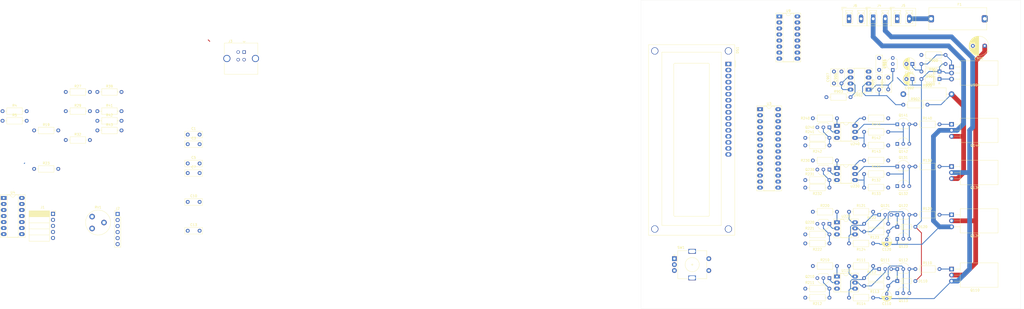
<source format=kicad_pcb>
(kicad_pcb (version 20241229) (generator "pcbnew") (generator_version "9.0")
  (layers (0 "F.Cu" signal) (2 "B.Cu" signal) (13 "F.Paste" user) (15 "B.Paste" user) (5 "F.SilkS" user "F.Silkscreen") (7 "B.SilkS" user "B.Silkscreen") (1 "F.Mask" user) (3 "B.Mask" user) (25 "Edge.Cuts" user))
  (net 0 "")
  (net 1 "+5V")
  (net 2 "GNDD")
  (net 3 "/H Bridge/Out_{1}")
  (net 4 "Net-(U4-VUSB)")
  (net 5 "+12V")
  (net 6 "GNDPWR")
  (net 7 "SWB")
  (net 8 "/H Bridge/Out_{2}")
  (net 9 "SWA")
  (net 10 "SWS")
  (net 11 "AN0")
  (net 12 "T1CLK")
  (net 13 "+24V")
  (net 14 "Net-(DS1-D5)")
  (net 15 "Net-(DS1-D6)")
  (net 17 "Net-(DS1-VO)")
  (net 19 "Net-(DS1-D4)")
  (net 20 "Net-(DS1-E)")
  (net 21 "Net-(DS1-D7)")
  (net 22 "Net-(DS1-RS)")
  (net 23 "V_{PP}")
  (net 24 "PGD")
  (net 25 "PGC")
  (net 26 "uRX")
  (net 29 "uTX")
  (net 30 "Net-(J3-Shield)")
  (net 32 "Net-(J3-D-)")
  (net 33 "Net-(J3-GND)")
  (net 34 "Net-(J3-D+)")
  (net 35 "Net-(J6-Pin_2)")
  (net 36 "Net-(Q120-G)")
  (net 37 "Net-(Q121-B)")
  (net 38 "Net-(Q121-C)")
  (net 39 "Net-(Q122-B)")
  (net 40 "Net-(Q122-E)")
  (net 41 "P1B")
  (net 42 "P1A")
  (net 43 "Net-(U3-RA2)")
  (net 44 "RA4")
  (net 45 "Net-(R23-Pad1)")
  (net 46 "Net-(R27-Pad1)")
  (net 47 "P1C")
  (net 48 "Net-(R39-Pad1)")
  (net 49 "P1D")
  (net 50 "SCL")
  (net 51 "SDO")
  (net 52 "DISP")
  (net 55 "~{SS}")
  (net 56 "SDA{slash}SDI")
  (net 66 "Net-(D110-K)")
  (net 67 "Net-(Q110-G)")
  (net 68 "Net-(Q111-C)")
  (net 69 "Net-(Q111-B)")
  (net 70 "Net-(Q112-B)")
  (net 71 "Net-(Q112-E)")
  (net 73 "Net-(Q210-B)")
  (net 74 "Net-(Q210-C)")
  (net 75 "Net-(R111-Pad1)")
  (net 76 "Net-(R210-Pad1)")
  (net 77 "/H Bridge/P1B")
  (net 78 "Net-(D120-K)")
  (net 79 "/H Bridge/GNDPWR_{out}")
  (net 80 "Net-(Q220-C)")
  (net 81 "Net-(Q220-B)")
  (net 82 "/H Bridge/P1A")
  (net 83 "/H Bridge/P1C")
  (net 84 "Net-(R121-Pad1)")
  (net 85 "Net-(R220-Pad1)")
  (net 86 "/H Bridge/P1D")
  (net 88 "Net-(Q130-G)")
  (net 89 "Net-(Q131-B)")
  (net 90 "Net-(Q131-E)")
  (net 91 "Net-(Q230-B)")
  (net 92 "Net-(Q230-C)")
  (net 93 "Net-(R131-Pad1)")
  (net 94 "Net-(R132-Pad1)")
  (net 95 "Net-(R230-Pad1)")
  (net 97 "Net-(Q140-G)")
  (net 98 "Net-(Q141-E)")
  (net 99 "Net-(Q141-B)")
  (net 100 "Net-(R141-Pad1)")
  (net 101 "Net-(R142-Pad1)")
  (net 102 "Net-(R240-Pad1)")
  (net 104 "Net-(Q240-B)")
  (net 105 "Net-(Q240-C)")
  (net 106 "Net-(D901-A)")
  (net 107 "Net-(U901-VO)")
  (net 108 "Net-(U902-V_{IN+})")
  (net 109 "/PSU/AN0")
  (net 110 "Net-(J5-Pin_2)")
  (net 111 "Net-(U902-V_{OUT})")
  (footprint "Resistor_THT:R_Axial_DIN0207_L6.3mm_D2.5mm_P10.16mm_Horizontal" (layer "F.Cu") (at -23.759775 75.75)
    (property "Reference" "R4")
    (property "Value" "10k")
  )
  (footprint "Resistor_THT:R_Axial_DIN0207_L6.3mm_D2.5mm_P10.16mm_Horizontal" (layer "F.Cu") (at 2.860225 75.75)
    (property "Reference" "R29")
    (property "Value" "10k")
  )
  (footprint "Package_TO_SOT_THT:TO-220-3_Horizontal_TabDown" (layer "F.Cu") (at 375.92 99.06 -90)
    (property "Reference" "Q130")
    (property "Value" "IRLZ44N")
  )
  (footprint "Resistor_THT:R_Axial_DIN0207_L6.3mm_D2.5mm_P10.16mm_Horizontal" (layer "F.Cu") (at 373.38 52.07 180)
    (property "Reference" "R900")
    (property "Value" "3k3")
  )
  (footprint "Package_TO_SOT_THT:TO-92_Inline_Wide" (layer "F.Cu") (at 345.44 119.38)
    (property "Reference" "Q121")
    (property "Value" "BC557")
  )
  (footprint "Capacitor_THT:C_Rect_L7.2mm_W2.5mm_P5.00mm_FKS2_FKP2_MKS2_MKP2" (layer "F.Cu") (at 54.230225 126.11)
    (property "Reference" "C13")
    (property "Value" "100nF")
  )
  (footprint "Resistor_THT:R_Axial_DIN0207_L6.3mm_D2.5mm_P10.16mm_Horizontal" (layer "F.Cu") (at 314.325 127.635)
    (property "Reference" "R221")
    (property "Value" "10k")
  )
  (footprint "Package_TO_SOT_THT:TO-92_Inline_Wide" (layer "F.Cu") (at 324.485 146.05 180)
    (property "Reference" "Q210")
    (property "Value" "BC547")
  )
  (footprint "Display:WC1602A" (layer "F.Cu") (at 281.94 55.88 -90)
    (property "Reference" "DS1")
    (property "Value" "WC1602A")
  )
  (footprint "Resistor_THT:R_Axial_DIN0207_L6.3mm_D2.5mm_P10.16mm_Horizontal" (layer "F.Cu") (at 360.68 99.06)
    (property "Reference" "R130")
    (property "Value" "10R")
  )
  (footprint "Capacitor_THT:C_Rect_L7.2mm_W2.5mm_P5.00mm_FKS2_FKP2_MKS2_MKP2" (layer "F.Cu") (at 329.565 64.055 90)
    (property "Reference" "C906")
    (property "Value" "100nF")
  )
  (footprint "Package_DIP:DIP-14_W7.62mm_Socket_LongPads" (layer "F.Cu") (at -23.259775 112.3)
    (property "Reference" "U4")
    (property "Value" "MCP2221AxP")
  )
  (footprint "Package_DIP:DIP-6_W7.62mm_Socket_LongPads" (layer "F.Cu") (at 327.66 145.415)
    (property "Reference" "U110")
    (property "Value" "4N35" (hide yes))
  )
  (footprint "Resistor_THT:R_Axial_DIN0207_L6.3mm_D2.5mm_P10.16mm_Horizontal" (layer "F.Cu") (at 373.38 55.88 180)
    (property "Reference" "R901")
    (property "Value" "390")
  )
  (footprint "Resistor_THT:R_Axial_DIN0207_L6.3mm_D2.5mm_P10.16mm_Horizontal" (layer "F.Cu") (at 355.6 73.025)
    (property "Reference" "R902")
    (property "Value" "68R")
  )
  (footprint "Connector_USB:USB_B_TE_5787834_Vertical" (layer "F.Cu") (at 77.980225 50.855)
    (property "Reference" "J3")
    (property "Value" "USB_B")
  )
  (footprint "Resistor_THT:R_Axial_DIN0207_L6.3mm_D2.5mm_P10.16mm_Horizontal" (layer "F.Cu") (at 314.325 154.305)
    (property "Reference" "R212")
    (property "Value" "1k")
  )
  (footprint "Resistor_THT:R_Axial_DIN0207_L6.3mm_D2.5mm_P10.16mm_Horizontal" (layer "F.Cu") (at 339.09 78.74)
    (property "Reference" "R141")
    (property "Value" "270k")
  )
  (footprint "Resistor_THT:R_Axial_DIN0207_L6.3mm_D2.5mm_P10.16mm_Horizontal" (layer "F.Cu") (at 349.25 90.17 180)
    (property "Reference" "R143")
    (property "Value" "1k")
  )
  (footprint "Resistor_THT:R_Axial_DIN0207_L6.3mm_D2.5mm_P10.16mm_Horizontal" (layer "F.Cu") (at 16.170225 75.75)
    (property "Reference" "R41")
    (property "Value" "1k")
  )
  (footprint "Resistor_THT:R_Axial_DIN0207_L6.3mm_D2.5mm_P10.16mm_Horizontal" (layer "F.Cu") (at 327.66 140.97 180)
    (property "Reference" "R210")
    (property "Value" "180")
  )
  (footprint "Resistor_THT:R_Axial_DIN0207_L6.3mm_D2.5mm_P10.16mm_Horizontal" (layer "F.Cu") (at 16.170225 67.65)
    (property "Reference" "R39")
    (property "Value" "10k")
  )
  (footprint "Package_DIP:DIP-6_W7.62mm_Socket_LongPads" (layer "F.Cu") (at 327.66 122.555)
    (property "Reference" "U220")
    (property "Value" "4N35")
  )
  (footprint "Diode_THT:D_DO-35_SOD27_P7.62mm_Horizontal" (layer "F.Cu") (at 353.06 124.46)
    (property "Reference" "D120")
    (property "Value" "1N4148")
  )
  (footprint "Resistor_THT:R_Axial_DIN0207_L6.3mm_D2.5mm_P10.16mm_Horizontal" (layer "F.Cu") (at 349.25 123.19 180)
    (property "Reference" "R122")
    (property "Value" "150")
  )
  (footprint "Resistor_THT:R_Axial_DIN0207_L6.3mm_D2.5mm_P10.16mm_Horizontal" (layer "F.Cu") (at 349.25 126.492 180)
    (property "Reference" "R123")
    (property "Value" "1k")
  )
  (footprint "Capacitor_THT:C_Rect_L7.2mm_W2.5mm_P5.00mm_FKS2_FKP2_MKS2_MKP2" (layer "F.Cu") (at 54.230225 97.76)
    (property "Reference" "C5")
    (property "Value" "100nF")
  )
  (footprint "Capacitor_THT:CP_Radial_D4.0mm_P2.00mm" (layer "F.Cu") (at 348.615 129.837401 -90)
    (property "Reference" "C120")
    (property "Value" "1uF")
  )
  (footprint "Resistor_THT:R_Axial_DIN0207_L6.3mm_D2.5mm_P10.16mm_Horizontal" (layer "F.Cu") (at 332.74 131.445)
    (property "Reference" "R124")
    (property "Value" "1k")
  )
  (footprint "Resistor_THT:R_Axial_DIN0207_L6.3mm_D2.5mm_P10.16mm_Horizontal" (layer "F.Cu") (at 332.74 154.305)
    (property "Reference" "R114")
    (property "Value" "1k")
  )
  (footprint "Resistor_THT:R_Axial_DIN0207_L6.3mm_D2.5mm_P10.16mm_Horizontal" (layer "F.Cu") (at 327.66 118.11 180)
    (property "Reference" "R220")
    (property "Value" "180")
  )
  (footprint "Resistor_THT:R_Axial_DIN0207_L6.3mm_D2.5mm_P10.16mm_Horizontal" (layer "F.Cu") (at 349.25 149.352 180)
    (property "Reference" "R113")
    (property "Value" "1k")
  )
  (footprint "Resistor_THT:R_Axial_DIN0207_L6.3mm_D2.5mm_P10.16mm_Horizontal" (layer "F.Cu") (at 360.68 142.24)
    (property "Reference" "R110")
    (property "Value" "10R")
  )
  (footprint "Resistor_THT:R_Axial_DIN0207_L6.3mm_D2.5mm_P10.16mm_Horizontal" (layer "F.Cu") (at 327.66 78.74 180)
    (property "Reference" "R240")
    (property "Value" "180")
  )
  (footprint "Capacitor_THT:CP_Radial_D8.0mm_P5.00mm" (layer "F.Cu") (at 389.89 48.26 180)
    (property "Reference" "C900")
    (property "Value" "330uF")
  )
  (footprint "Package_TO_SOT_THT:TO-220-3_Horizontal_TabDown" (layer "F.Cu") (at 375.92 119.38 -90)
    (property "Reference" "Q120")
    (property "Value" "IRLZ44N")
  )
  (footprint "Resistor_THT:R_Axial_DIN0207_L6.3mm_D2.5mm_P10.16mm_Horizontal" (layer "F.Cu") (at 314.325 86.995)
    (property "Reference" "R241")
    (property "Value" "10k")
  )
  (footprint "Connector_Phoenix_MC_HighVoltage:PhoenixContact_MCV_1,5_2-G-5.08_1x02_P5.08mm_Vertical" (layer "F.Cu") (at 353.06 36.83)
    (property "Reference" "J5")
    (property "Value" "Conn_01x02_Socket")
  )
  (footprint "Resistor_THT:R_Axial_DIN0207_L6.3mm_D2.5mm_P10.16mm_Horizontal" (layer "F.Cu") (at -10.449775 83.85)
    (property "Reference" "R19")
    (property "Value" "10k")
  )
  (footprint "Resistor_THT:R_Axial_DIN0207_L6.3mm_D2.5mm_P10.16mm_Horizontal" (layer "F.Cu") (at 339.09 102.235)
    (property "Reference" "R132")
    (property "Value" "150")
  )
  (footprint "Diode_THT:D_DO-35_SOD27_P7.62mm_Horizontal" (layer "F.Cu") (at 370.84 59.055 180)
    (property "Reference" "D901")
    (property "Value" "1N4148")
  )
  (footprint "Connector_PinHeader_2.54mm:PinHeader_1x06_P2.54mm_Vertical" (layer "F.Cu") (at 24.710225 119.05)
    (property "Reference" "J2")
    (property "Value" "Conn_01x06_Pin")
  )
  (footprint "Resistor_THT:R_Axial_DIN0207_L6.3mm_D2.5mm_P10.16mm_Horizontal" (layer "F.Cu") (at 349.25 107.95 180)
    (property "Reference" "R133")
    (property "Value" "1k")
  )
  (footprint "Resistor_THT:R_Axial_DIN0207_L6.3mm_D2.5mm_P10.16mm_Horizontal" (layer "F.Cu") (at 327.66 96.52 180)
    (property "Reference" "R230")
    (property "Value" "180")
  )
  (footprint "Capacitor_THT:CP_Radial_D5.0mm_P2.50mm" (layer "F.Cu") (at 359.41 55.88 180)
    (property "Reference" "C901")
    (property "Value" "1uF")
  )
  (footprint "Package_TO_SOT_THT:TO-92_Inline_Wide" (layer "F.Cu") (at 324.485 123.19 180)
    (property "Reference" "Q220")
    (property "Value" "BC547")
  )
  (footprint "Capacitor_THT:C_Rect_L7.2mm_W2.5mm_P5.00mm_FKS2_FKP2_MKS2_MKP2" (layer "F.Cu") (at 54.230225 85.61)
    (property "Reference" "C1")
    (property "Value" "100nF")
  )
  (footprint "Resistor_THT:R_Axial_DIN0207_L6.3mm_D2.5mm_P10.16mm_Horizontal" (layer "F.Cu") (at 332.74 118.11)
    (property "Reference" "R121")
    (property "Value" "47k")
  )
  (footprint "Capacitor_THT:C_Rect_L7.2mm_W2.5mm_P5.00mm_FKS2_FKP2_MKS2_MKP2" (layer "F.Cu") (at 326.39 64.055 90)
    (property "Reference" "C907")
    (property "Value" "100nF")
  )
  (footprint "Capacitor_THT:C_Rect_L7.2mm_W2.5mm_P5.00mm_FKS2_FKP2_MKS2_MKP2" (layer "F.Cu") (at 54.230225 113.96)
    (property "Reference" "C10")
    (property "Value" "100nF")
  )
  (footprint "Capacitor_THT:C_Rect_L7.2mm_W2.5mm_P5.00mm_FKS2_FKP2_MKS2_MKP2" (layer "F.Cu") (at 345.44 53.34 -90)
    (property "Reference" "C903")
    (property "Value" "100nF")
  )
  (footprint "Capacitor_THT:C_Rect_L7.2mm_W2.5mm_P5.00mm_FKS2_FKP2_MKS2_MKP2" (layer "F.Cu") (at 54.230225 89.66)
    (property "Reference" "C3")
    (property "Value" "470nF")
  )
  (footprint "Capacitor_THT:C_Rect_L7.2mm_W2.5mm_P5.00mm_FKS2_FKP2_MKS2_MKP2" (layer "F.Cu") (at 345.44 66.675 90)
    (property "Reference" "C905")
    (property "Value" "10nF")
  )
  (footprint "Capacitor_THT:CP_Radial_D4.0mm_P2.00mm" (layer "F.Cu") (at 348.615 152.697401 -90)
    (property "Reference" "C110")
    (property "Value" "1uF")
  )
  (footprint "Resistor_THT:R_Axial_DIN0207_L6.3mm_D2.5mm_P10.16mm_Horizontal" (layer "F.Cu") (at 349.25 146.05 180)
    (property "Reference" "R112")
    (property "Value" "150")
  )
  (footprint "Package_TO_SOT_THT:TO-220-3_Horizontal_TabDown" (layer "F.Cu") (at 375.92 142.24 -90)
    (property "Reference" "Q110")
    (property "Value" "IRLZ44N")
  )
  (footprint "Resistor_THT:R_Axial_DIN0207_L6.3mm_D2.5mm_P10.16mm_Horizontal" (layer "F.Cu") (at 314.325 107.95)
    (property "Reference" "R232")
    (property "Value" "1k")
  )
  (footprint "Package_DIP:DIP-28_W7.62mm_Socket_LongPads" (layer "F.Cu") (at 295.275 74.93)
    (property "Reference" "U3")
    (property "Value" "PIC18F26K22-xSP")
  )
  (footprint "Connector_Phoenix_MC_HighVoltage:PhoenixContact_MCV_1,5_2-G-5.08_1x02_P5.08mm_Vertical" (layer "F.Cu") (at 342.9 36.83)
    (property "Reference" "J4")
    (property "Value" "Conn_01x02_Socket")
  )
  (footprint "Package_TO_SOT_THT:TO-92_Inline_Wide" (layer "F.Cu") (at 353.06 89.535)
    (property "Reference" "Q142")
    (property "Value" "BC557")
  )
  (footprint "Package_TO_SOT_THT:TO-220-3_Horizontal_TabDown" (layer "F.Cu") (at 375.92 81.28 -90)
    (property "Reference" "Q140")
    (property "Value" "IRLZ44N")
  )
  (footprint "Capacitor_THT:C_Rect_L7.2mm_W2.5mm_P5.00mm_FKS2_FKP2_MKS2_MKP2" (layer "F.Cu") (at 54.230225 101.81)
    (property "Reference" "C7")
    (property "Value" "100nF")
  )
  (footprint "Resistor_THT:R_Axial_DIN0207_L6.3mm_D2.5mm_P10.16mm_Horizontal" (layer "F.Cu") (at 2.860225 67.65)
    (property "Reference" "R27")
    (property "Value" "1k")
  )
  (footprint "Resistor_THT:R_Axial_DIN0207_L6.3mm_D2.5mm_P10.16mm_Horizontal" (layer "F.Cu") (at 360.68 81.28)
    (property "Reference" "R140")
    (property "Value" "10R")
  )
  (footprint "Resistor_THT:R_Axial_DIN0516_L15.5mm_D5.0mm_P20.32mm_Horizontal" (layer "F.Cu") (at 355.6 68.58)
    (property "Reference" "R000")
    (property "Value" "0R20")
  )
  (footprint "Resistor_THT:R_Axial_DIN0207_L6.3mm_D2.5mm_P10.16mm_Horizontal" (layer "F.Cu") (at 339.09 84.455)
    (property "Reference" "R142")
    (property "Value" "150")
  )
  (footprint "Capacitor_THT:C_Rect_L7.2mm_W2.5mm_P5.00mm_FKS2_FKP2_MKS2_MKP2" (layer "F.Cu") (at 349.25 66.595 90)
    (property "Reference" "C904")
    (property "Value" "100nF")
  )
  (footprint "Package_TO_SOT_THT:TO-92_Inline_Wide" (layer "F.Cu") (at 353.06 99.06)
    (property "Reference" "Q131")
    (property "Value" "BC547")
  )
  (footprint "Resistor_THT:R_Axial_DIN0207_L6.3mm_D2.5mm_P10.16mm_Horizontal" (layer "F.Cu") (at 323.215 69.85)
    (property "Reference" "R903")
    (property "Value" "3k3")
  )
  (footprint "Resistor_THT:R_Axial_DIN0207_L6.3mm_D2.5mm_P10.16mm_Horizontal" (layer "F.Cu") (at 332.74 140.97)
    (property "Reference" "R111")
    (property "Value" "47k")
  )
  (footprint "Resistor_THT:R_Axial_DIN0207_L6.3mm_D2.5mm_P10.16mm_Horizontal" (layer "F.Cu") (at 16.170225 79.8)
    (property "Reference" "R42")
    (property "Value" "1k")
  )
  (footprint "Resistor_THT:R_Axial_DIN0207_L6.3mm_D2.5mm_P10.16mm_Horizontal" (layer "F.Cu") (at 314.325 90.17)
    (property "Reference" "R242")
    (property "Value" "1k")
  )
  (footprint "Diode_THT:D_DO-35_SOD27_P7.62mm_Horizontal" (layer "F.Cu") (at 353.06 147.32)
    (property "Reference" "D110")
    (property "Value" "1N4148")
  )
  (footprint "Package_TO_SOT_THT:TO-92_Inline_Wide" (layer "F.Cu") (at 353.06 129.54)
    (property "Reference" "Q123")
    (property "Value" "BC557")
  )
  (footprint "Package_DIP:DIP-16_W7.62mm_Socket_LongPads" (layer "F.Cu") (at 303.38 35.84)
    (property "Reference" "U9")
    (property "Value" "74AHC595")
  )
  (footprint "Package_TO_SOT_THT:TO-220-3_Horizontal_TabDown" (layer "F.Cu") (at 375.92 57.15 -90)
    (property "Reference" "U900")
    (property "Value" "LM317")
  )
  (footprint "Potentiometer_THT:Potentiometer_Piher_PT-10-V05_Vertical" (layer "F.Cu") (at 13.960225 125.15)
    (property "Reference" "RV1")
    (property "Value" "50k")
  )
  (footprint "Resistor_THT:R_Axial_DIN0207_L6.3mm_D2.5mm_P10.16mm_Horizontal" (layer "F.Cu") (at -10.449775 100.05)
    (property "Reference" "R23")
    (property "Value" "1k")
  )
  (footprint "Resistor_THT:R_Axial_DIN0207_L6.3mm_D2.5mm_P10.16mm_Horizontal" (layer "F.Cu") (at 314.325 150.495)
    (property "Reference" "R211")
    (property "Value" "10k")
  )
  (footprint "Package_TO_SOT_THT:TO-92_Inline_Wide" (layer "F.Cu") (at 353.06 142.24)
    (property "Reference" "Q112")
    (property "Value" "BC547")
  )
  (footprint "Package_TO_SOT_THT:TO-92_Inline_Wide" (layer "F.Cu") (at 353.06 81.28)
    (property "Reference" "Q141")
    (property "Value" "BC547")
  )
  (footprint "Resistor_THT:R_Axial_DIN0207_L6.3mm_D2.5mm_P10.16mm_Horizontal" (layer "F.Cu") (at 314.325 104.775)
    (property "Reference" "R231")
    (property "Value" "10k")
  )
  (footprint "Package_TO_SOT_THT:TO-92_Inline_Wide" (layer "F.Cu") (at 345.44 142.24)
    (property "Reference" "Q111")
    (property "Value" "BC557")
  )
  (footprint "Package_TO_SOT_THT:TO-92_Inline_Wide" (layer "F.Cu") (at 353.06 119.38)
    (property "Reference" "Q122")
    (property "Value" "BC547")
  )
  (footprint "Package_DIP:DIP-6_W7.62mm_Socket_LongPads" (layer "F.Cu") (at 327.66 81.915)
    (property "Reference" "U240")
    (property "Value" "4N35")
  )
  (footprint "Capacitor_THT:CP_Radial_D5.0mm_P2.50mm" (layer "F.Cu") (at 359.41 62.23 180)
    (property "Reference" "C902")
    (property "Value" "1uF")
  )
  (footprint "Connector_PinSocket_2.54mm:PinSocket_1x05_P2.54mm_Horizontal" (layer "F.Cu") (at -2.509775 119)
    (property "Reference" "J1")
    (property "Value" "Conn_01x05_Pin")
  )
  (footprint "Connector_Phoenix_MC_HighVoltage:PhoenixContact_MCV_1,5_2-G-5.08_1x02_P5.08mm_Vertical" (layer "F.Cu") (at 332.74 36.83)
    (property "Reference" "J6")
    (property "Value" "Conn_01x02_Socket")
  )
  (footprint "Package_TO_SOT_THT:TO-92_Inline_Wide" (layer "F.Cu") (at 351.155 58.42 90)
    (property "Reference" "U901")
    (property "Value" "L78L05_TO92")
  )
  (footprint "Rotary_Encoder:RotaryEncoder_Alps_EC11E-Switch_Vertical_H20mm" (layer "F.Cu") (at 259.185 137.875)
    (property "Reference" "SW1")
    (property "Value" "RotaryEncoder_Switch_MP")
  )
  (footprint "Package_TO_SOT_THT:TO-92_Inline_Wide" (layer "F.Cu") (at 324.485 82.55 180)
    (property "Reference" "Q240")
    (property "Value" "BC547")
  )
  (footprint "Resistor_THT:R_Axial_DIN0207_L6.3mm_D2.5mm_P10.16mm_Horizontal" (layer "F.Cu") (at 339.09 96.52)
    (property "Reference" "R131")
    (property "Value" "270k")
  )
  (footprint "Resistor_THT:R_Axial_DIN0207_L6.3mm_D2.5mm_P10.16mm_Horizontal" (layer "F.Cu") (at 314.325 131.445)
    (property "Reference" "R222")
    (property "Value" "1k")
  )
  (footprint "Package_DIP:DIP-8_W7.62mm_Socket_LongPads" (layer "F.Cu") (at 340.995 66.675 180)
    (property "Reference" "U902")
    (property "Value" "HCPL7510")
  )
  (footprint "Resistor_THT:R_Axial_DIN0207_L6.3mm_D2.5mm_P10.16mm_Horizontal" (layer "F.Cu") (at 360.68 119.38)
    (property "Reference" "R120")
    (property "Value" "10R")
  )
  (footprint "Package_DIP:DIP-6_W7.62mm_Socket_LongPads" (layer "F.Cu") (at 327.66 99.695)
    (property "Reference" "U230")
    (property "Value" "4N35")
  )
  (footprint "Package_TO_SOT_THT:TO-92_Inline_Wide" (layer "F.Cu") (at 324.485 100.33 180)
    (property "Reference" "Q230")
    (property "Value" "BC547")
  )
  (footprint "Package_TO_SOT_THT:TO-92_Inline_Wide" (layer "F.Cu") (at 353.06 107.315)
    (property "Reference" "Q132")
    (property "Value" "BC557")
  )
  (footprint "User:Fuseholder_Stelvio-kontek_PTF_78_5x20mm" (layer "F.Cu") (at 367.29 36.83)
    (property "Reference" "F1")
    (property "Value" "Fuse")
  )
  (footprint "Resistor_THT:R_Axial_DIN0207_L6.3mm_D2.5mm_P10.16mm_Horizontal" (layer "F.Cu") (at -23.759775 79.8)
    (property "Reference" "R5")
    (property "Value" "10k")
  )
  (footprint "Diode_THT:D_DO-35_SOD27_P7.62mm_Horizontal" (layer "F.Cu") (at 370.84 62.23 180)
    (property "Reference" "D900")
    (property "Value" "1N4148")
  )
  (footprint "Resistor_THT:R_Axial_DIN0207_L6.3mm_D2.5mm_P10.16mm_Horizontal" (layer "F.Cu") (at 2.860225 87.9)
    (property "Reference" "R32")
    (property "Value" "10k")
  )
  (footprint "Resistor_THT:R_Axial_DIN0207_L6.3mm_D2.5mm_P10.16mm_Horizontal" (layer "F.Cu") (at 16.170225 83.85)
    (property "Reference" "R43")
    (property "Value" "10k")
  )
  (footprint "Package_TO_SOT_THT:TO-92_Inline_Wide" (layer "F.Cu") (at 353.06 152.4)
    (property "Reference" "Q113")
    (property "Value" "BC557")
  )
  (gr_rect (start 245.13 28.98) (end 405.13 158.98) (stroke (width 0.05)) (fill no) (layer "Edge.Cuts"))
  (segment (start 63.5 46.355) (end 62.865 45.72) (width 0.35) (layer "F.Cu") (net 0))
  (segment (start -14.615 97.78) (end -14.44 97.605) (width 0.381) (layer "B.Cu") (net 0))
  (segment (start 330.2 66.675) (end 333.375 66.675) (width 0.35) (layer "B.Cu") (net 1))
  (segment (start 329.565 64.055) (end 332.025 61.595) (width 0.35) (layer "B.Cu") (net 1))
  (segment (start 329.565 66.04) (end 330.2 66.675) (width 0.35) (layer "B.Cu") (net 1))
  (segment (start 332.025 61.595) (end 333.375 61.595) (width 0.35) (layer "B.Cu") (net 1))
  (segment (start 329.565 64.055) (end 329.565 66.04) (width 0.35) (layer "B.Cu") (net 1))
  (segment (start 350.52 44.45) (end 347.98 41.91) (width 2) (layer "B.Cu") (net 3))
  (segment (start 378.46 147.32) (end 375.92 147.32) (width 2) (layer "B.Cu") (net 3))
  (segment (start 368.542599 154.697401) (end 375.92 147.32) (width 0.35) (layer "B.Cu") (net 3))
  (segment (start 383.54 140.97) (end 383.54 142.24) (width 2) (layer "B.Cu") (net 3))
  (segment (start 383.54 101.6) (end 383.54 140.97) (width 2) (layer "B.Cu") (net 3))
  (segment (start 383.54 142.24) (end 378.46 147.32) (width 2) (layer "B.Cu") (net 3))
  (segment (start 383.54 83.82) (end 384.81 82.55) (width 2) (layer "B.Cu") (net 3))
  (segment (start 345.832401 154.697401) (end 345.44 154.305) (width 0.35) (layer "B.Cu") (net 3))
  (segment (start 347.98 41.91) (end 347.98 36.83) (width 2) (layer "B.Cu") (net 3))
  (segment (start 375.92 44.45) (end 350.52 44.45) (width 2) (layer "B.Cu") (net 3))
  (segment (start 384.81 53.34) (end 375.92 44.45) (width 2) (layer "B.Cu") (net 3))
  (segment (start 375.92 101.6) (end 383.54 101.6) (width 2) (layer "B.Cu") (net 3))
  (segment (start 384.81 82.55) (end 384.81 53.34) (width 2) (layer "B.Cu") (net 3))
  (segment (start 348.615 154.697401) (end 345.832401 154.697401) (width 0.35) (layer "B.Cu") (net 3))
  (segment (start 342.9 154.305) (end 345.44 154.305) (width 0.35) (layer "B.Cu") (net 3))
  (segment (start 383.54 101.6) (end 383.54 83.82) (width 2) (layer "B.Cu") (net 3))
  (segment (start 348.615 154.697401) (end 368.542599 154.697401) (width 0.35) (layer "B.Cu") (net 3))
  (segment (start 360.68 124.46) (end 363.22 127) (width 0.35) (layer "F.Cu") (net 5))
  (segment (start 363.22 127) (end 363.22 144.78) (width 0.35) (layer "F.Cu") (net 5))
  (segment (start 363.22 144.78) (end 360.68 147.32) (width 0.35) (layer "F.Cu") (net 5))
  (segment (start 363.22 64.77) (end 363.22 62.23) (width 0.35) (layer "B.Cu") (net 5))
  (segment (start 335.915 84.455) (end 335.28 84.455) (width 0.35) (layer "B.Cu") (net 5))
  (segment (start 373.38 59.69) (end 372.745 59.055) (width 0.35) (layer "B.Cu") (net 5))
  (segment (start 375.92 59.69) (end 373.38 59.69) (width 0.35) (layer "B.Cu") (net 5))
  (segment (start 372.745 59.055) (end 370.84 59.055) (width 0.35) (layer "B.Cu") (net 5))
  (segment (start 370.84 57.15) (end 372.11 55.88) (width 0.35) (layer "B.Cu") (net 5))
  (segment (start 359.41 64.77) (end 356.235 64.77) (width 0.35) (layer "B.Cu") (net 5))
  (segment (start 339.09 81.28) (end 353.06 81.28) (width 0.35) (layer "B.Cu") (net 5))
  (segment (start 339.09 81.28) (end 335.915 84.455) (width 0.35) (layer "B.Cu") (net 5))
  (segment (start 363.22 64.77) (end 359.41 64.77) (width 0.35) (layer "B.Cu") (net 5))
  (segment (start 370.84 59.055) (end 370.84 57.15) (width 0.35) (layer "B.Cu") (net 5))
  (segment (start 363.22 121.92) (end 360.68 124.46) (width 0.35) (layer "B.Cu") (net 5))
  (segment (start 359.41 62.23) (end 359.41 64.77) (width 0.35) (layer "B.Cu") (net 5))
  (segment (start 363.22 64.77) (end 363.22 121.92) (width 0.35) (layer "B.Cu") (net 5))
  (segment (start 353.06 99.06) (end 339.09 99.06) (width 0.35) (layer "B.Cu") (net 5))
  (segment (start 372.11 55.88) (end 373.38 55.88) (width 0.35) (layer "B.Cu") (net 5))
  (segment (start 370.84 59.055) (end 366.395 59.055) (width 0.35) (layer "B.Cu") (net 5))
  (segment (start 335.915 102.235) (end 335.28 102.235) (width 0.35) (layer "B.Cu") (net 5))
  (segment (start 339.09 99.06) (end 335.915 102.235) (width 0.35) (layer "B.Cu") (net 5))
  (segment (start 356.235 64.77) (end 353.06 61.595) (width 0.35) (layer "B.Cu") (net 5))
  (segment (start 363.22 62.23) (end 366.395 59.055) (width 0.35) (layer "B.Cu") (net 5))
  (segment (start 346.075 61.675) (end 346.075 61.595) (width 0.35) (layer "F.Cu") (net 6))
  (segment (start 346.71 48.26) (end 342.9 44.45) (width 2) (layer "B.Cu") (net 8))
  (segment (start 381 54.61) (end 374.65 48.26) (width 2) (layer "B.Cu") (net 8))
  (segment (start 348.615 131.837401) (end 345.832401 131.837401) (width 0.35) (layer "B.Cu") (net 8))
  (segment (start 368.3 86.36) (end 370.84 83.82) (width 2) (layer "B.Cu") (net 8))
  (segment (start 350.762599 131.837401) (end 353.06 131.837401) (width 0.35) (layer "B.Cu") (net 8))
  (segment (start 342.9 131.445) (end 345.44 131.445) (width 0.35) (layer "B.Cu") (net 8))
  (segment (start 368.3 121.92) (end 368.3 86.36) (width 2) (layer "B.Cu") (net 8))
  (segment (start 363.462599 131.837401) (end 350.762599 131.837401) (width 0.35) (layer "B.Cu") (net 8))
  (segment (start 353.06 131.837401) (end 353.06 129.54) (width 0.35) (layer "B.Cu") (net 8))
  (segment (start 375.92 124.46) (end 370.84 124.46) (width 2) (layer "B.Cu") (net 8))
  (segment (start 370.84 124.46) (end 368.3 121.92) (width 2) (layer "B.Cu") (net 8))
  (segment (start 342.9 44.45) (end 342.9 36.83) (width 2) (layer "B.Cu") (net 8))
  (segment (start 348.615 131.837401) (end 350.762599 131.837401) (width 0.35) (layer "B.Cu") (net 8))
  (segment (start 374.65 48.26) (end 346.71 48.26) (width 2) (layer "B.Cu") (net 8))
  (segment (start 370.84 83.82) (end 375.92 83.82) (width 2) (layer "B.Cu") (net 8))
  (segment (start 370.84 124.46) (end 363.462599 131.837401) (width 0.35) (layer "B.Cu") (net 8))
  (segment (start 375.92 83.82) (end 378.2469 83.82) (width 2) (layer "B.Cu") (net 8))
  (segment (start 381 81.0669) (end 381 54.61) (width 2) (layer "B.Cu") (net 8))
  (segment (start 345.832401 131.837401) (end 345.44 131.445) (width 0.35) (layer "B.Cu") (net 8))
  (segment (start 378.2469 83.82) (end 381 81.0669) (width 2) (layer "B.Cu") (net 8))
  (segment (start 386.08 139.7) (end 381 144.78) (width 2) (layer "F.Cu") (net 13))
  (segment (start 389.89 48.26) (end 389.89 50.8) (width 2) (layer "F.Cu") (net 13))
  (segment (start 386.08 121.92) (end 375.92 121.92) (width 2) (layer "F.Cu") (net 13))
  (segment (start 386.08 121.92) (end 386.08 139.7) (width 2) (layer "F.Cu") (net 13))
  (segment (start 389.89 50.8) (end 386.08 54.61) (width 2) (layer "F.Cu") (net 13))
  (segment (start 381 144.78) (end 375.92 144.78) (width 2) (layer "F.Cu") (net 13))
  (segment (start 386.08 54.61) (end 386.08 121.92) (width 2) (layer "F.Cu") (net 13))
  (segment (start 375.92 62.23) (end 370.84 62.23) (width 0.35) (layer "B.Cu") (net 13))
  (segment (start 370.84 119.38) (end 375.58 119.38) (width 0.35) (layer "B.Cu") (net 36))
  (segment (start 337.947 126.492) (end 336.55 125.095) (width 0.35) (layer "B.Cu") (net 37))
  (segment (start 336.55 125.095) (end 335.28 125.095) (width 0.35) (layer "B.Cu") (net 37))
  (segment (start 342.138 126.492) (end 339.09 126.492) (width 0.35) (layer "B.Cu") (net 37))
  (segment (start 347.98 119.38) (end 347.98 120.65) (width 0.35) (layer "B.Cu") (net 37))
  (segment (start 339.09 126.492) (end 337.947 126.492) (width 0.35) (layer "B.Cu") (net 37))
  (segment (start 347.98 120.65) (end 342.138 126.492) (width 0.35) (layer "B.Cu") (net 37))
  (segment (start 333.375 127.635) (end 333.375 124.46) (width 0.35) (layer "B.Cu") (net 38))
  (segment (start 342.9 119.38) (end 342.9 118.11) (width 0.35) (layer "B.Cu") (net 38))
  (segment (start 332.74 128.27) (end 333.375 127.635) (width 0.35) (layer "B.Cu") (net 38))
  (segment (start 332.74 131.445) (end 332.74 128.27) (width 0.35) (layer "B.Cu") (net 38))
  (segment (start 338.455 123.825) (end 339.09 123.19) (width 0.35) (layer "B.Cu") (net 38))
  (segment (start 339.09 123.19) (end 342.9 119.38) (width 0.35) (layer "B.Cu") (net 38))
  (segment (start 333.375 127.635) (end 335.28 127.635) (width 0.35) (layer "B.Cu") (net 38))
  (segment (start 342.9 119.38) (end 345.44 119.38) (width 0.35) (layer "B.Cu") (net 38))
  (segment (start 334.01 123.825) (end 338.455 123.825) (width 0.35) (layer "B.Cu") (net 38))
  (segment (start 333.375 124.46) (end 334.01 123.825) (width 0.35) (layer "B.Cu") (net 38))
  (segment (start 355.6 118.45) (end 355.26 118.11) (width 0.35) (layer "B.Cu") (net 39))
  (segment (start 349.885 118.11) (end 349.25 118.745) (width 0.35) (layer "B.Cu") (net 39))
  (segment (start 355.26 118.11) (end 349.885 118.11) (width 0.35) (layer "B.Cu") (net 39))
  (segment (start 349.25 118.745) (end 349.25 123.19) (width 0.35) (layer "B.Cu") (net 39))
  (segment (start 355.6 129.54) (end 355.6 119.38) (width 0.35) (layer "B.Cu") (net 39))
  (segment (start 355.6 119.38) (end 355.6 118.45) (width 0.35) (layer "B.Cu") (net 39))
  (segment (start 358.14 119.38) (end 358.14 129.54) (width 0.35) (layer "B.Cu") (net 40))
  (segment (start 360.68 119.38) (end 358.14 119.38) (width 0.35) (layer "B.Cu") (net 40))
  (segment (start 348.615 151.765) (end 349.25 151.13) (width 0.35) (layer "B.Cu") (net 66))
  (segment (start 353.06 142.24) (end 350.52 142.24) (width 0.35) (layer "B.Cu") (net 66))
  (segment (start 349.25 151.13) (end 349.25 149.352) (width 0.35) (layer "B.Cu") (net 66))
  (segment (start 351.282 147.32) (end 353.06 147.32) (width 0.35) (layer "B.Cu") (net 66))
  (segment (start 349.25 149.352) (end 351.282 147.32) (width 0.35) (layer "B.Cu") (net 66))
  (segment (start 353.06 147.32) (end 353.06 142.24) (width 0.35) (layer "B.Cu") (net 66))
  (segment (start 348.615 152.697401) (end 348.615 151.765) (width 0.35) (layer "B.Cu") (net 66))
  (segment (start 375.58 142.24) (end 370.84 142.24) (width 0.35) (layer "B.Cu") (net 67))
  (segment (start 334.01 146.685) (end 338.455 146.685) (width 0.35) (layer "B.Cu") (net 68))
  (segment (start 338.455 146.685) (end 339.09 146.05) (width 0.35) (layer "B.Cu") (net 68))
  (segment (start 335.28 150.495) (end 333.375 150.495) (width 0.35) (layer "B.Cu") (net 68))
  (segment (start 333.375 147.32) (end 334.01 146.685) (width 0.35) (layer "B.Cu") (net 68))
  (segment (start 333.375 150.495) (end 333.375 147.32) (width 0.35) (layer "B.Cu") (net 68))
  (segment (start 332.74 154.305) (end 332.74 151.13) (width 0.35) (layer "B.Cu") (net 68))
  (segment (start 342.9 142.24) (end 339.09 146.05) (width 0.35) (layer "B.Cu") (net 68))
  (segment (start 342.9 142.24) (end 342.9 140.97) (width 0.35) (layer "B.Cu") (net 68))
  (segment (start 345.44 142.24) (end 342.9 142.24) (width 0.35) (layer "B.Cu") (net 68))
  (segment (start 332.74 151.13) (end 333.375 150.495) (width 0.35) (layer "B.Cu") (net 68))
  (segment (start 336.55 147.955) (end 337.947 149.352) (width 0.35) (layer "B.Cu") (net 69))
  (segment (start 337.947 149.352) (end 339.09 149.352) (width 0.35) (layer "B.Cu") (net 69))
  (segment (start 342.138 149.352) (end 339.09 149.352) (width 0.35) (layer "B.Cu") (net 69))
  (segment (start 335.28 147.955) (end 336.55 147.955) (width 0.35) (layer "B.Cu") (net 69))
  (segment (start 347.98 143.51) (end 342.138 149.352) (width 0.35) (layer "B.Cu") (net 69))
  (segment (start 347.98 142.24) (end 347.98 143.51) (width 0.35) (layer "B.Cu") (net 69))
  (segment (start 355.6 142.24) (end 355.6 141.605) (width 0.35) (layer "B.Cu") (net 70))
  (segment (start 349.885 140.97) (end 354.965 140.97) (width 0.35) (layer "B.Cu") (net 70))
  (segment (start 349.25 146.05) (end 349.25 141.605) (width 0.35) (layer "B.Cu") (net 70))
  (segment (start 355.6 142.24) (end 355.6 152.4) (width 0.35) (layer "B.Cu") (net 70))
  (segment (start 355.6 141.605) (end 354.965 140.97) (width 0.35) (layer "B.Cu") (net 70))
  (segment (start 349.25 141.605) (end 349.885 140.97) (width 0.35) (layer "B.Cu") (net 70))
  (segment (start 358.14 142.24) (end 358.14 152.4) (width 0.35) (layer "B.Cu") (net 71))
  (segment (start 360.68 142.24) (end 358.14 142.24) (width 0.35) (layer "B.Cu") (net 71))
  (segment (start 321.945 147.955) (end 324.485 150.495) (width 0.35) (layer "B.Cu") (net 73))
  (segment (start 324.485 154.305) (end 324.485 150.495) (width 0.35) (layer "B.Cu") (net 73))
  (segment (start 321.945 146.05) (end 321.945 147.955) (width 0.35) (layer "B.Cu") (net 73))
  (segment (start 324.485 146.685) (end 325.755 147.955) (width 0.35) (layer "B.Cu") (net 74))
  (segment (start 325.755 147.955) (end 327.66 147.955) (width 0.35) (layer "B.Cu") (net 74))
  (segment (start 324.485 146.05) (end 324.485 146.685) (width 0.35) (layer "B.Cu") (net 74))
  (segment (start 334.01 145.415) (end 332.74 144.145) (width 0.35) (layer "B.Cu") (net 75))
  (segment (start 332.74 144.145) (end 332.74 140.97) (width 0.35) (layer "B.Cu") (net 75))
  (segment (start 335.28 145.415) (end 334.01 145.415) (width 0.35) (layer "B.Cu") (net 75))
  (segment (start 327.66 145.415) (end 327.66 140.97) (width 0.35) (layer "B.Cu") (net 76))
  (segment (start 350.52 119.38) (end 353.06 119.38) (width 0.35) (layer "B.Cu") (net 78))
  (segment (start 353.06 124.46) (end 353.06 119.38) (width 0.35) (layer "B.Cu") (net 78))
  (segment (start 348.615 128.905) (end 348.615 129.837401) (width 0.35) (layer "B.Cu") (net 78))
  (segment (start 349.25 128.27) (end 348.615 128.905) (width 0.35) (layer "B.Cu") (net 78))
  (segment (start 353.06 124.46) (end 351.282 124.46) (width 0.35) (layer "B.Cu") (net 78))
  (segment (start 351.282 124.46) (end 349.25 126.492) (width 0.35) (layer "B.Cu") (net 78))
  (segment (start 349.25 126.492) (end 349.25 128.27) (width 0.35) (layer "B.Cu") (net 78))
  (segment (start 381 86.36) (end 375.92 86.36) (width 2) (layer "F.Cu") (net 79))
  (segment (start 378.46 104.14) (end 375.92 104.14) (width 2) (layer "F.Cu") (net 79))
  (segment (start 381 86.36) (end 381 101.6) (width 2) (layer "F.Cu") (net 79))
  (segment (start 375.92 68.58) (end 381 73.66) (width 2) (layer "F.Cu") (net 79))
  (segment (start 381 101.6) (end 378.46 104.14) (width 2) (layer "F.Cu") (net 79))
  (segment (start 381 73.66) (end 381 86.36) (width 2) (layer "F.Cu") (net 79))
  (segment (start 371.475 73.025) (end 375.92 68.58) (width 0.35) (layer "B.Cu") (net 79))
  (segment (start 365.76 73.025) (end 371.475 73.025) (width 0.35) (layer "B.Cu") (net 79))
  (segment (start 325.755 125.095) (end 327.66 125.095) (width 0.35) (layer "B.Cu") (net 80))
  (segment (start 324.485 123.19) (end 324.485 123.825) (width 0.35) (layer "B.Cu") (net 80))
  (segment (start 324.485 123.825) (end 325.755 125.095) (width 0.35) (layer "B.Cu") (net 80))
  (segment (start 321.945 123.19) (end 321.945 125.095) (width 0.35) (layer "B.Cu") (net 81))
  (segment (start 324.485 127.635) (end 324.485 131.445) (width 0.35) (layer "B.Cu") (net 81))
  (segment (start 321.945 125.095) (end 324.485 127.635) (width 0.35) (layer "B.Cu") (net 81))
  (segment (start 332.74 121.285) (end 332.74 118.11) (width 0.35) (layer "B.Cu") (net 84))
  (segment (start 335.28 122.555) (end 334.01 122.555) (width 0.35) (layer "B.Cu") (net 84))
  (segment (start 334.01 122.555) (end 332.74 121.285) (width 0.35) (layer "B.Cu") (net 84))
  (segment (start 327.66 122.555) (end 327.66 118.11) (width 0.35) (layer "B.Cu") (net 85))
  (segment (start 370.84 99.06) (end 375.92 99.06) (width 0.35) (layer "B.Cu") (net 88))
  (segment (start 349.25 102.235) (end 355.6 102.235) (width 0.35) (layer "B.Cu") (net 89))
  (segment (start 355.6 102.235) (end 355.6 107.315) (width 0.35) (layer "B.Cu") (net 89))
  (segment (start 355.6 99.06) (end 355.6 102.235) (width 0.35) (layer "B.Cu") (net 89))
  (segment (start 358.14 99.06) (end 360.68 99.06) (width 0.35) (layer "B.Cu") (net 90))
  (segment (start 358.14 99.06) (end 358.14 107.315) (width 0.35) (layer "B.Cu") (net 90))
  (segment (start 324.485 104.775) (end 321.945 102.235) (width 0.35) (layer "B.Cu") (net 91))
  (segment (start 324.485 104.775) (end 324.485 107.95) (width 0.35) (layer "B.Cu") (net 91))
  (segment (start 321.945 102.235) (end 321.945 100.33) (width 0.35) (layer "B.Cu") (net 91))
  (segment (start 325.755 102.235) (end 327.66 102.235) (width 0.35) (layer "B.Cu") (net 92))
  (segment (start 324.485 100.965) (end 325.755 102.235) (width 0.35) (layer "B.Cu") (net 92))
  (segment (start 324.485 100.33) (end 324.485 100.965) (width 0.35) (layer "B.Cu") (net 92))
  (segment (start 335.28 99.695) (end 335.28 98.425) (width 0.35) (layer "B.Cu") (net 93))
  (segment (start 335.28 98.425) (end 337.185 96.52) (width 0.35) (layer "B.Cu") (net 93))
  (segment (start 337.185 96.52) (end 339.09 96.52) (width 0.35) (layer "B.Cu") (net 93))
  (segment (start 335.28 104.775) (end 339.09 104.775) (width 0.35) (layer "B.Cu") (net 94))
  (segment (start 339.09 104.775) (end 339.09 107.95) (width 0.35) (layer "B.Cu") (net 94))
  (segment (start 339.09 104.775) (end 339.09 102.235) (width 0.35) (layer "B.Cu") (net 94))
  (segment (start 327.66 99.695) (end 327.66 96.52) (width 0.35) (layer "B.Cu") (net 95))
  (segment (start 370.84 81.28) (end 375.92 81.28) (width 0.35) (layer "B.Cu") (net 97))
  (segment (start 360.68 81.28) (end 358.14 81.28) (width 0.35) (layer "B.Cu") (net 98))
  (segment (start 358.14 81.28) (end 358.14 89.535) (width 0.35) (layer "B.Cu") (net 98))
  (segment (start 349.25 84.455) (end 355.6 84.455) (width 0.35) (layer "B.Cu") (net 99))
  (segment (start 355.6 84.455) (end 355.6 89.535) (width 0.35) (layer "B.Cu") (net 99))
  (segment (start 355.6 81.28) (end 355.6 84.455) (width 0.35) (layer "B.Cu") (net 99))
  (segment (start 335.28 80.645) (end 337.185 78.74) (width 0.35) (layer "B.Cu") (net 100))
  (segment (start 337.185 78.74) (end 339.09 78.74) (width 0.35) (layer "B.Cu") (net 100))
  (segment (start 335.28 81.915) (end 335.28 80.645) (width 0.35) (layer "B.Cu") (net 100))
  (segment (start 339.09 84.455) (end 339.09 86.995) (width 0.35) (layer "B.Cu") (net 101))
  (segment (start 335.28 86.995) (end 339.09 86.995) (width 0.35) (layer "B.Cu") (net 101))
  (segment (start 339.09 86.995) (end 339.09 90.17) (width 0.35) (layer "B.Cu") (net 101))
  (segment (start 327.66 81.915) (end 327.66 78.74) (width 0.35) (layer "B.Cu") (net 102))
  (segment (start 324.485 86.995) (end 321.945 84.455) (width 0.35) (layer "B.Cu") (net 104))
  (segment (start 324.485 90.17) (end 324.485 86.995) (width 0.35) (layer "B.Cu") (net 104))
  (segment (start 321.945 84.455) (end 321.945 82.55) (width 0.35) (layer "B.Cu") (net 104))
  (segment (start 324.485 82.55) (end 324.485 83.185) (width 0.35) (layer "B.Cu") (net 105))
  (segment (start 324.485 83.185) (end 325.755 84.455) (width 0.35) (layer "B.Cu") (net 105))
  (segment (start 327.66 84.455) (end 325.755 84.455) (width 0.35) (layer "B.Cu") (net 105))
  (segment (start 373.38 52.07) (end 375.92 54.61) (width 0.35) (layer "B.Cu") (net 106))
  (segment (start 360.68 58.42) (end 363.22 58.42) (width 0.35) (layer "B.Cu") (net 106))
  (segment (start 369.57 52.07) (end 373.38 52.07) (width 0.35) (layer "B.Cu") (net 106))
  (segment (start 365.76 55.88) (end 369.57 52.07) (width 0.35) (layer "B.Cu") (net 106))
  (segment (start 363.22 55.88) (end 363.22 59.055) (width 0.35) (layer "B.Cu") (net 106))
  (segment (start 359.41 57.15) (end 360.68 58.42) (width 0.35) (layer "B.Cu") (net 106))
  (segment (start 363.22 55.88) (end 365.76 55.88) (width 0.35) (layer "B.Cu") (net 106))
  (segment (start 359.41 55.88) (end 359.41 57.15) (width 0.35) (layer "B.Cu") (net 106))
  (segment (start 375.92 57.15) (end 375.92 54.61) (width 0.35) (layer "B.Cu") (net 106))
  (segment (start 351.155 58.42) (end 351.155 62.865) (width 0.35) (layer "B.Cu") (net 107))
  (segment (start 342.265 66.675) (end 344.17 64.77) (width 0.35) (layer "B.Cu") (net 107))
  (segment (start 351.155 62.865) (end 349.25 64.77) (width 0.35) (layer "B.Cu") (net 107))
  (segment (start 340.995 66.675) (end 342.265 66.675) (width 0.35) (layer "B.Cu") (net 107))
  (segment (start 344.17 64.77) (end 349.25 64.77) (width 0.35) (layer "B.Cu") (net 107))
  (segment (start 349.25 64.77) (end 349.25 66.595) (width 0.35) (layer "B.Cu") (net 107))
  (segment (start 340.995 64.135) (end 339.725 64.135) (width 0.35) (layer "B.Cu") (net 108))
  (segment (start 338.455 67.945) (end 339.725 69.215) (width 0.35) (layer "B.Cu") (net 108))
  (segment (start 352.425 73.025) (end 355.6 73.025) (width 0.35) (layer "B.Cu") (net 108))
  (segment (start 348.615 69.215) (end 352.425 73.025) (width 0.35) (layer "B.Cu") (net 108))
  (segment (start 339.725 64.135) (end 338.455 65.405) (width 0.35) (layer "B.Cu") (net 108))
  (segment (start 339.725 69.215) (end 345.44 69.215) (width 0.35) (layer "B.Cu") (net 108))
  (segment (start 345.44 66.675) (end 345.44 69.215) (width 0.35) (layer "B.Cu") (net 108))
  (segment (start 345.44 69.215) (end 348.615 69.215) (width 0.35) (layer "B.Cu") (net 108))
  (segment (start 338.455 65.405) (end 338.455 67.945) (width 0.35) (layer "B.Cu") (net 108))
  (segment (start 358.14 36.83) (end 367.29 36.83) (width 2) (layer "B.Cu") (net 110))
  (segment (start 335.28 64.77) (end 334.645 64.135) (width 0.35) (layer "B.Cu") (net 111))
  (segment (start 333.375 69.85) (end 335.28 67.945) (width 0.35) (layer "B.Cu") (net 111))
  (segment (start 334.645 64.135) (end 333.375 64.135) (width 0.35) (layer "B.Cu") (net 111))
  (segment (start 335.28 67.945) (end 335.28 64.77) (width 0.35) (layer "B.Cu") (net 111))
)
</source>
